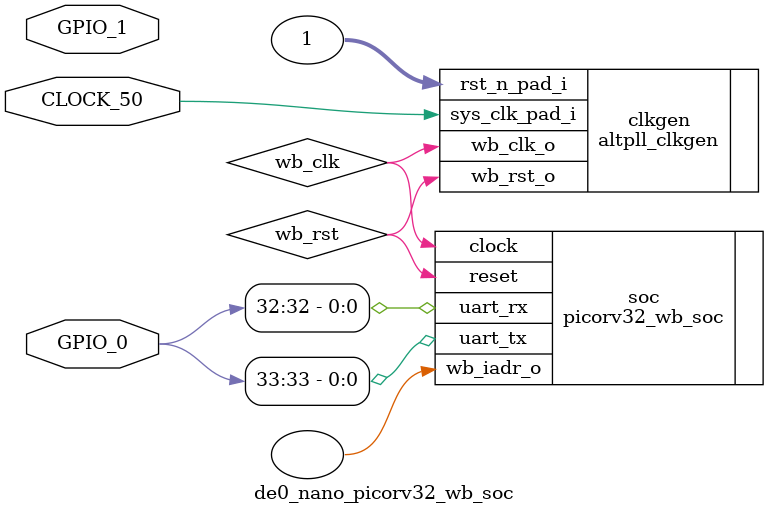
<source format=v>
module de0_nano_picorv32_wb_soc(
	input  CLOCK_50,
	inout  [33:0] GPIO_0,
	inout  [33:0] GPIO_1
	);

	wire wb_clk;
	wire wb_rst;

	altpll_clkgen #(
		.DEVICE_FAMILY ("Cyclone IV E"),
		.INPUT_FREQUENCY (50),
		.DIVIDE_BY (25),
		.MULTIPLY_BY (12)
	)
	clkgen(
		.sys_clk_pad_i(CLOCK_50),
		.rst_n_pad_i(1),
		.wb_clk_o(wb_clk),
		.wb_rst_o(wb_rst)
	);

	picorv32_wb_soc #(
		.BOOTROM_MEMFILE ("../src/riscv-nmon_0/nmon_picorv32-wb-soc_24MHz_115200.txt"),
		.BOOTROM_MEMDEPTH (1024),
		.SRAM0_MEMDEPTH (32768)
	)
	soc(
		.clock(wb_clk),
		.reset(wb_rst),
		.wb_iadr_o(),
		.uart_rx(GPIO_0[32]),
		.uart_tx(GPIO_0[33])
	);

endmodule

</source>
